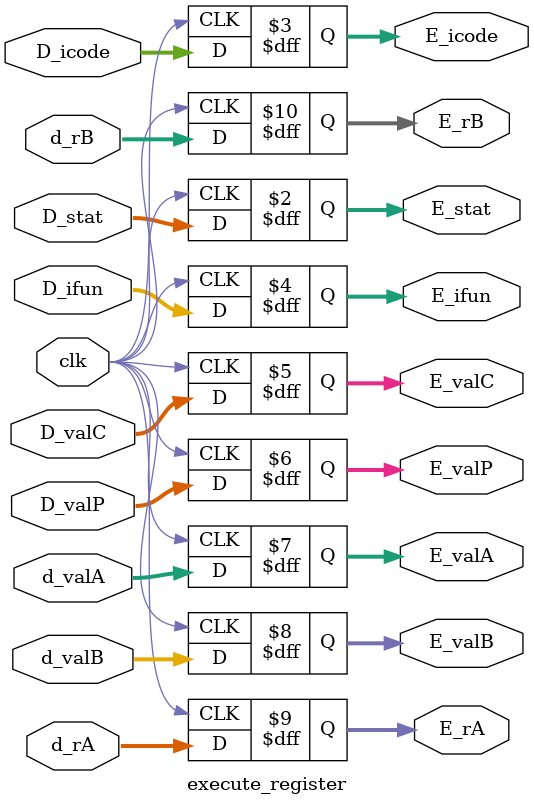
<source format=v>
module execute_register(
                        clk,D_stat,D_icode,D_ifun,D_valP,D_valC,d_valA,d_valB,d_rA,d_rB,
                        E_stat,E_icode,E_ifun,E_valC,E_valA,E_valB,E_rA,E_rB,E_valP
                        );
        input clk;
        input [2:0] D_stat;
        input [3:0]  D_icode;
        input [3:0] D_ifun;
        input [63:0] D_valC,D_valP;
        input [63:0] d_valA;
        input [63:0] d_valB;
        input [3:0] d_rA;
        input [3:0] d_rB;

        output reg[2:0] E_stat;
        output reg[3:0]  E_icode;
        output reg[3:0] E_ifun;
        output reg[63:0] E_valC,E_valP;
        output reg[63:0] E_valA;
        output reg[63:0] E_valB;
        output reg[3:0] E_rA;
        output reg[3:0] E_rB;

        always @(posedge clk)
            begin
                E_stat<=D_stat;
                E_icode<=D_icode;
                E_ifun<=D_ifun;
                E_valC<=D_valC;
                E_valA<=d_valA;
                E_valB<=d_valB;
                E_rB<=d_rB;
                E_rA<=d_rA;
                E_valP<=D_valP;
            end
endmodule            


        
        

</source>
